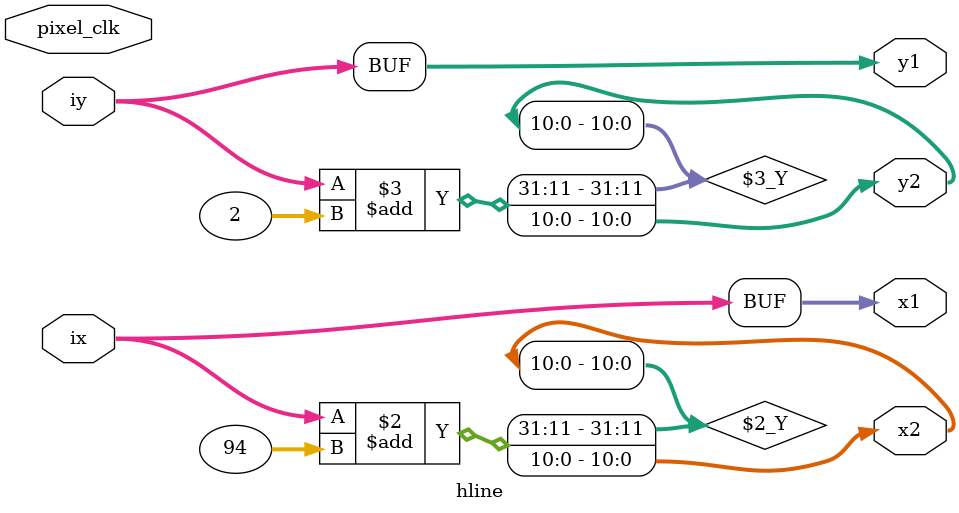
<source format=v>
`timescale 1ns / 1ps


module hline(pixel_clk, ix,iy,x1,y1,x2,y2);
      parameter length = 94;
    parameter width = 2;
    
    input pixel_clk;
    
    input wire [10:0] ix;
    input wire [10:0] iy;

    output reg [10:0] x1;
    output reg [10:0] y1;
    output reg [10:0] x2;
    output reg [10:0] y2;
    
    always @(*) begin
        x1 = ix;
        y1 = iy;
        
        x2 = ix + length;
        y2 = iy + width;
    end
    
    
    
endmodule

</source>
